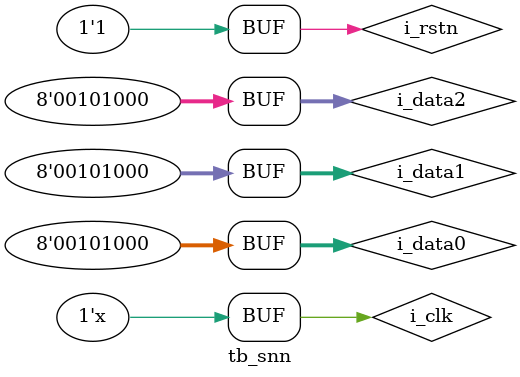
<source format=sv>
`timescale 1ns / 1ps

module tb_snn(

    );
    
    logic i_clk = 0;
    reg i_rstn;
    reg [7:0] i_data0;
    reg [7:0] i_data1;
    reg [7:0] i_data2;
    wire [7:0] o_data0;
    wire [7:0] o_data1;
    wire [7:0] o_data2;
    
    
    localparam CLK_PERIOD = 5;
    
    always #(CLK_PERIOD) i_clk = ~i_clk;
    
    initial begin
        i_rstn = 1;
        #(CLK_PERIOD*5)
        i_rstn = 0;
        #(CLK_PERIOD)
        i_rstn = 1;
    end
    
    initial begin
        i_data0 = 1;
        i_data1 = 2;
        i_data2  = 3;
        
        #(CLK_PERIOD*4);
        
        i_data0 = 10;
        i_data1 = 20;
        i_data2  = 30;
        
        #(CLK_PERIOD*4);       
   
        i_data0 = 0;
        i_data1 = 0;
        i_data2  = 0;
        
        #(CLK_PERIOD*4);  
        
        
        i_data0 = 40;
        i_data1 = 40;
        i_data2  = 40;
        
        #(CLK_PERIOD*4); 
 
        i_data0 = 1;
        i_data1 = 1;
        i_data2  = 1;
        
        #(CLK_PERIOD*4);        

        i_data0 = 40;
        i_data1 = 40;
        i_data2  = 40;
        
        #(CLK_PERIOD*4);                 
    end
    
    snn_top DUT (
        .i_clk(i_clk),
        .i_rstn(i_rstn),
        .i_data0(i_data0),
        .i_data1(i_data1),
        .i_data2(i_data2),
        .o_data0(o_data0),
        .o_data1(o_data1),
        .o_data2(o_data2)
    
    );
    
endmodule

</source>
